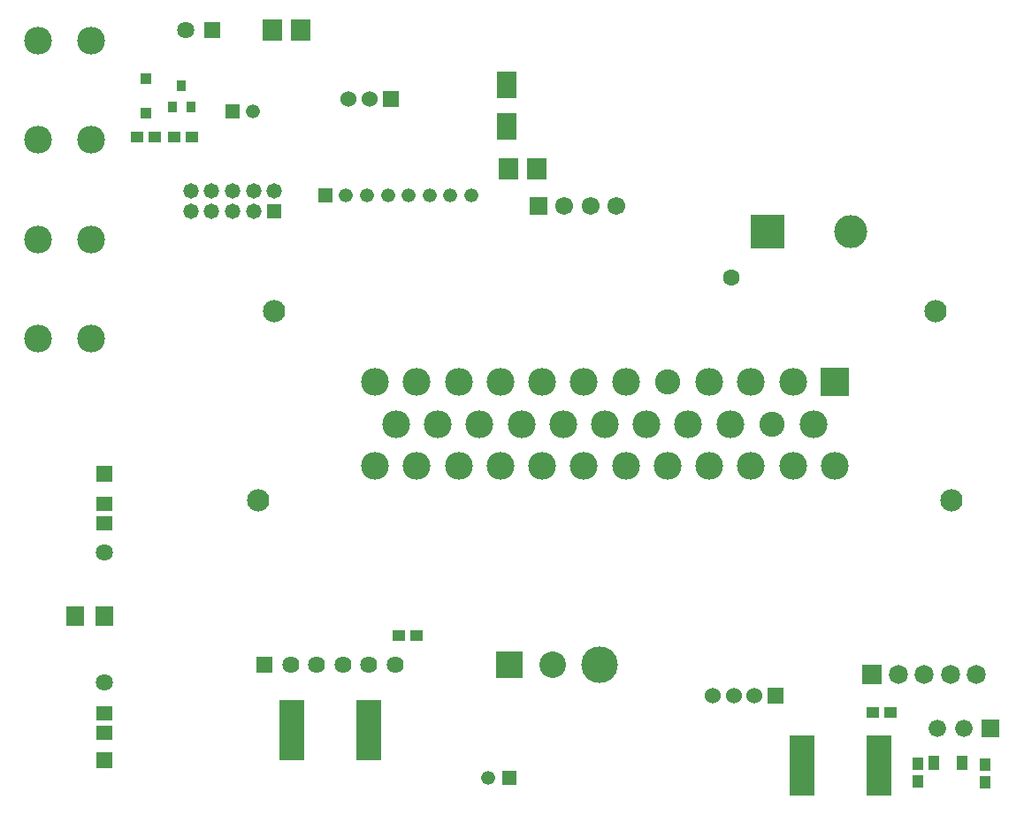
<source format=gbs>
G04*
G04 #@! TF.GenerationSoftware,Altium Limited,Altium Designer,20.0.13 (296)*
G04*
G04 Layer_Color=16711935*
%FSLAX25Y25*%
%MOIN*%
G70*
G01*
G75*
%ADD16R,0.04800X0.04400*%
%ADD17C,0.06299*%
%ADD18R,0.12500X0.12500*%
%ADD19C,0.12500*%
%ADD20C,0.10500*%
%ADD21C,0.13800*%
%ADD22C,0.10000*%
%ADD23R,0.10000X0.10000*%
%ADD24C,0.08400*%
%ADD25C,0.09500*%
%ADD26R,0.10500X0.10500*%
%ADD27C,0.06602*%
%ADD28R,0.06602X0.06602*%
%ADD29R,0.06760X0.06760*%
%ADD30C,0.06760*%
%ADD31C,0.05224*%
%ADD32R,0.05224X0.05224*%
%ADD33R,0.06406X0.06406*%
%ADD34C,0.06406*%
%ADD35R,0.07193X0.07193*%
%ADD36C,0.07193*%
%ADD37C,0.06437*%
%ADD38R,0.06437X0.06437*%
%ADD39R,0.06012X0.06012*%
%ADD40C,0.06012*%
%ADD41R,0.05224X0.05224*%
%ADD42C,0.06400*%
%ADD43R,0.06400X0.06400*%
%ADD44C,0.05815*%
%ADD45R,0.05815X0.05815*%
%ADD94R,0.04831X0.04437*%
%ADD95R,0.06406X0.05618*%
%ADD96R,0.06799X0.07587*%
%ADD97R,0.07700X0.08000*%
%ADD98R,0.04437X0.04831*%
%ADD99R,0.04043X0.05224*%
%ADD100R,0.09555X0.22547*%
%ADD101R,0.07193X0.10343*%
%ADD102R,0.03650X0.04043*%
%ADD103R,0.03847X0.03847*%
D16*
X782307Y543000D02*
D03*
X789000D02*
D03*
X683653Y731000D02*
D03*
X690346D02*
D03*
X697653D02*
D03*
X704347D02*
D03*
D17*
X907728Y678217D02*
D03*
D18*
X921311Y695342D02*
D03*
D19*
X952689D02*
D03*
D20*
X646500Y730000D02*
D03*
X666500D02*
D03*
X646500Y767500D02*
D03*
X666500D02*
D03*
X646500Y655000D02*
D03*
X666500D02*
D03*
X646500Y692500D02*
D03*
X666500D02*
D03*
X773425Y607087D02*
D03*
X789173D02*
D03*
X804921D02*
D03*
X820669D02*
D03*
X836417D02*
D03*
X852165D02*
D03*
X867913D02*
D03*
X883661D02*
D03*
X899409D02*
D03*
X915158D02*
D03*
X930906D02*
D03*
X946653D02*
D03*
X781299Y622835D02*
D03*
X797047D02*
D03*
X812795D02*
D03*
X828643D02*
D03*
X844291D02*
D03*
X860039D02*
D03*
X875787D02*
D03*
X891435D02*
D03*
X907283D02*
D03*
X938779D02*
D03*
X773425Y638583D02*
D03*
X789173D02*
D03*
X804921D02*
D03*
X820669D02*
D03*
X836417D02*
D03*
X852165D02*
D03*
X867913D02*
D03*
X899409D02*
D03*
X915158D02*
D03*
X930906D02*
D03*
D21*
X858000Y532000D02*
D03*
D22*
X840500D02*
D03*
D23*
X824201D02*
D03*
D24*
X729331Y594095D02*
D03*
X990748D02*
D03*
X735236Y665354D02*
D03*
X984842D02*
D03*
D25*
X923031Y622835D02*
D03*
X883661Y638583D02*
D03*
D26*
X946653D02*
D03*
D27*
X985500Y508000D02*
D03*
X995500D02*
D03*
D28*
X1005500D02*
D03*
D29*
X835000Y705000D02*
D03*
D30*
X844843D02*
D03*
X854685D02*
D03*
X864528D02*
D03*
D31*
X809744Y709000D02*
D03*
X801870D02*
D03*
X793996D02*
D03*
X786122D02*
D03*
X778248D02*
D03*
X770374D02*
D03*
X762500D02*
D03*
X816063Y489335D02*
D03*
X727437Y740665D02*
D03*
D32*
X754626Y709000D02*
D03*
D33*
X671500Y604000D02*
D03*
Y496000D02*
D03*
D34*
Y574472D02*
D03*
Y525528D02*
D03*
D35*
X960815Y528433D02*
D03*
D36*
X970658D02*
D03*
X980500D02*
D03*
X990343D02*
D03*
X1000185D02*
D03*
D37*
X702079Y771567D02*
D03*
D38*
X711921D02*
D03*
D39*
X779248Y745500D02*
D03*
X924374Y520500D02*
D03*
D40*
X771374Y745500D02*
D03*
X763500D02*
D03*
X916500Y520500D02*
D03*
X908626D02*
D03*
X900752D02*
D03*
D41*
X823937Y489335D02*
D03*
X719563Y740665D02*
D03*
D42*
X781000Y532000D02*
D03*
X771158D02*
D03*
X761315D02*
D03*
X751473D02*
D03*
X741630D02*
D03*
D43*
X731787D02*
D03*
D44*
X704004Y703000D02*
D03*
Y710874D02*
D03*
X711878Y703000D02*
D03*
Y710874D02*
D03*
X719752Y703000D02*
D03*
Y710874D02*
D03*
X727626Y703000D02*
D03*
Y710874D02*
D03*
X735500D02*
D03*
D45*
Y703000D02*
D03*
D94*
X967846Y514000D02*
D03*
X961154D02*
D03*
D95*
X671500Y513740D02*
D03*
Y506260D02*
D03*
Y585260D02*
D03*
Y592740D02*
D03*
D96*
X671512Y550500D02*
D03*
X660488D02*
D03*
D97*
X734700Y771500D02*
D03*
X745300D02*
D03*
X834300Y719000D02*
D03*
X823700D02*
D03*
D98*
X1003500Y494347D02*
D03*
Y487653D02*
D03*
X978000Y494846D02*
D03*
Y488154D02*
D03*
D99*
X984185Y495000D02*
D03*
X994815D02*
D03*
D100*
X934366Y494000D02*
D03*
X963500D02*
D03*
X771067Y507500D02*
D03*
X741933D02*
D03*
D101*
X823000Y750874D02*
D03*
Y735126D02*
D03*
D102*
X704043Y742563D02*
D03*
X696957D02*
D03*
X700500Y750437D02*
D03*
D103*
X687000Y753094D02*
D03*
Y739906D02*
D03*
M02*

</source>
